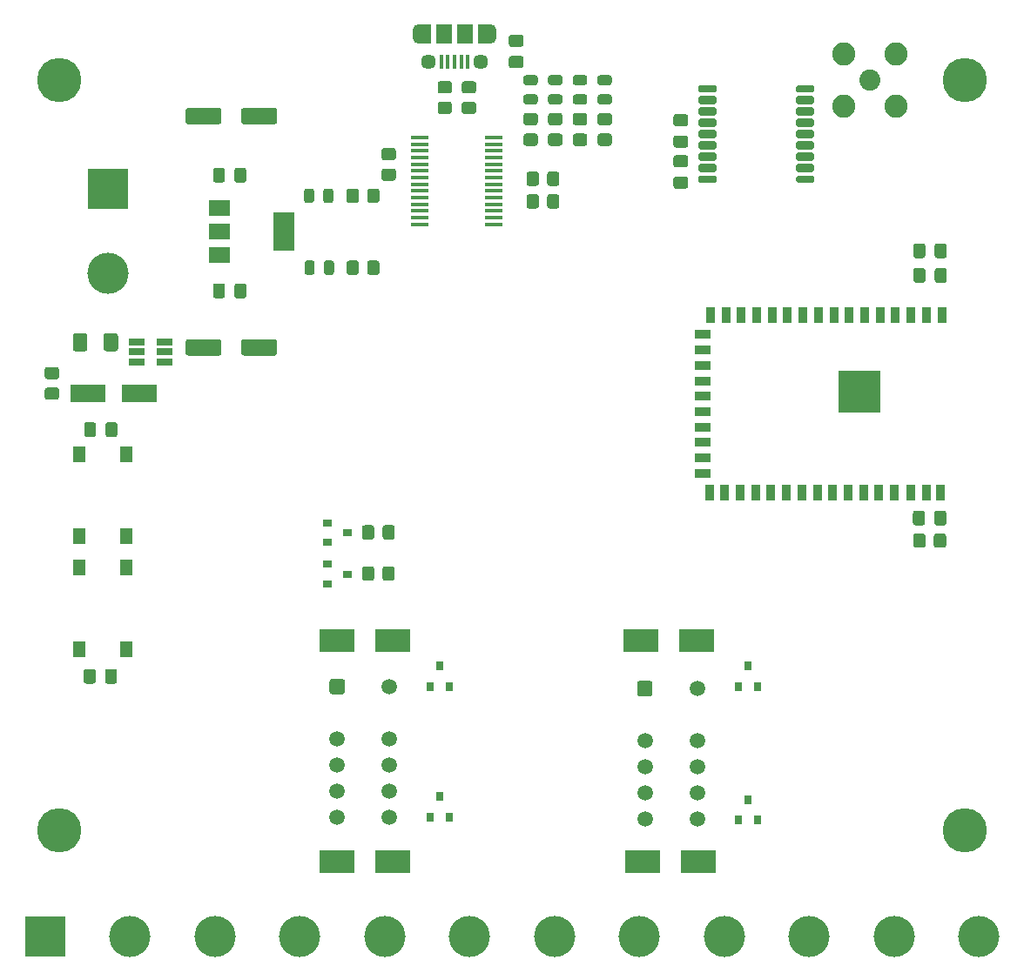
<source format=gbr>
%TF.GenerationSoftware,KiCad,Pcbnew,5.1.10*%
%TF.CreationDate,2021-12-02T21:41:10+00:00*%
%TF.ProjectId,ELE3044 - Tractor Tracker,454c4533-3034-4342-902d-205472616374,rev?*%
%TF.SameCoordinates,Original*%
%TF.FileFunction,Soldermask,Top*%
%TF.FilePolarity,Negative*%
%FSLAX46Y46*%
G04 Gerber Fmt 4.6, Leading zero omitted, Abs format (unit mm)*
G04 Created by KiCad (PCBNEW 5.1.10) date 2021-12-02 21:41:10*
%MOMM*%
%LPD*%
G01*
G04 APERTURE LIST*
%ADD10C,4.000000*%
%ADD11R,4.000000X4.000000*%
%ADD12R,3.500000X1.800000*%
%ADD13C,1.500000*%
%ADD14R,3.500000X2.300000*%
%ADD15C,4.300000*%
%ADD16R,0.900000X1.500000*%
%ADD17R,1.500000X0.900000*%
%ADD18R,4.100000X4.100000*%
%ADD19R,1.750000X0.450000*%
%ADD20R,2.000000X1.500000*%
%ADD21R,2.000000X3.800000*%
%ADD22R,1.300000X1.550000*%
%ADD23R,0.800000X0.900000*%
%ADD24R,0.900000X0.800000*%
%ADD25R,1.560000X0.650000*%
%ADD26C,2.250000*%
%ADD27C,2.050000*%
%ADD28R,1.200000X1.900000*%
%ADD29O,1.200000X1.900000*%
%ADD30R,1.500000X1.900000*%
%ADD31C,1.450000*%
%ADD32R,0.400000X1.350000*%
G04 APERTURE END LIST*
D10*
%TO.C,J1*%
X110700000Y-89827000D03*
D11*
X110700000Y-81572000D03*
%TD*%
D10*
%TO.C,J3*%
X195380000Y-154270000D03*
X187125000Y-154270000D03*
X178870000Y-154270000D03*
X170615000Y-154270000D03*
X162360000Y-154270000D03*
X154105000Y-154270000D03*
X145850000Y-154270000D03*
X137595000Y-154270000D03*
X129340000Y-154270000D03*
X121085000Y-154270000D03*
X112830000Y-154270000D03*
D11*
X104575000Y-154270000D03*
%TD*%
%TO.C,U3*%
G36*
G01*
X177600000Y-72025000D02*
X177600000Y-71675000D01*
G75*
G02*
X177775000Y-71500000I175000J0D01*
G01*
X179225000Y-71500000D01*
G75*
G02*
X179400000Y-71675000I0J-175000D01*
G01*
X179400000Y-72025000D01*
G75*
G02*
X179225000Y-72200000I-175000J0D01*
G01*
X177775000Y-72200000D01*
G75*
G02*
X177600000Y-72025000I0J175000D01*
G01*
G37*
G36*
G01*
X177600000Y-73150000D02*
X177600000Y-72750000D01*
G75*
G02*
X177800000Y-72550000I200000J0D01*
G01*
X179200000Y-72550000D01*
G75*
G02*
X179400000Y-72750000I0J-200000D01*
G01*
X179400000Y-73150000D01*
G75*
G02*
X179200000Y-73350000I-200000J0D01*
G01*
X177800000Y-73350000D01*
G75*
G02*
X177600000Y-73150000I0J200000D01*
G01*
G37*
G36*
G01*
X177600000Y-74250000D02*
X177600000Y-73850000D01*
G75*
G02*
X177800000Y-73650000I200000J0D01*
G01*
X179200000Y-73650000D01*
G75*
G02*
X179400000Y-73850000I0J-200000D01*
G01*
X179400000Y-74250000D01*
G75*
G02*
X179200000Y-74450000I-200000J0D01*
G01*
X177800000Y-74450000D01*
G75*
G02*
X177600000Y-74250000I0J200000D01*
G01*
G37*
G36*
G01*
X177600000Y-75350000D02*
X177600000Y-74950000D01*
G75*
G02*
X177800000Y-74750000I200000J0D01*
G01*
X179200000Y-74750000D01*
G75*
G02*
X179400000Y-74950000I0J-200000D01*
G01*
X179400000Y-75350000D01*
G75*
G02*
X179200000Y-75550000I-200000J0D01*
G01*
X177800000Y-75550000D01*
G75*
G02*
X177600000Y-75350000I0J200000D01*
G01*
G37*
G36*
G01*
X177600000Y-76450000D02*
X177600000Y-76050000D01*
G75*
G02*
X177800000Y-75850000I200000J0D01*
G01*
X179200000Y-75850000D01*
G75*
G02*
X179400000Y-76050000I0J-200000D01*
G01*
X179400000Y-76450000D01*
G75*
G02*
X179200000Y-76650000I-200000J0D01*
G01*
X177800000Y-76650000D01*
G75*
G02*
X177600000Y-76450000I0J200000D01*
G01*
G37*
G36*
G01*
X177600000Y-77550000D02*
X177600000Y-77150000D01*
G75*
G02*
X177800000Y-76950000I200000J0D01*
G01*
X179200000Y-76950000D01*
G75*
G02*
X179400000Y-77150000I0J-200000D01*
G01*
X179400000Y-77550000D01*
G75*
G02*
X179200000Y-77750000I-200000J0D01*
G01*
X177800000Y-77750000D01*
G75*
G02*
X177600000Y-77550000I0J200000D01*
G01*
G37*
G36*
G01*
X177600000Y-78650000D02*
X177600000Y-78250000D01*
G75*
G02*
X177800000Y-78050000I200000J0D01*
G01*
X179200000Y-78050000D01*
G75*
G02*
X179400000Y-78250000I0J-200000D01*
G01*
X179400000Y-78650000D01*
G75*
G02*
X179200000Y-78850000I-200000J0D01*
G01*
X177800000Y-78850000D01*
G75*
G02*
X177600000Y-78650000I0J200000D01*
G01*
G37*
G36*
G01*
X177600000Y-79750000D02*
X177600000Y-79350000D01*
G75*
G02*
X177800000Y-79150000I200000J0D01*
G01*
X179200000Y-79150000D01*
G75*
G02*
X179400000Y-79350000I0J-200000D01*
G01*
X179400000Y-79750000D01*
G75*
G02*
X179200000Y-79950000I-200000J0D01*
G01*
X177800000Y-79950000D01*
G75*
G02*
X177600000Y-79750000I0J200000D01*
G01*
G37*
G36*
G01*
X177600000Y-80825000D02*
X177600000Y-80475000D01*
G75*
G02*
X177775000Y-80300000I175000J0D01*
G01*
X179225000Y-80300000D01*
G75*
G02*
X179400000Y-80475000I0J-175000D01*
G01*
X179400000Y-80825000D01*
G75*
G02*
X179225000Y-81000000I-175000J0D01*
G01*
X177775000Y-81000000D01*
G75*
G02*
X177600000Y-80825000I0J175000D01*
G01*
G37*
G36*
G01*
X168100000Y-80825000D02*
X168100000Y-80475000D01*
G75*
G02*
X168275000Y-80300000I175000J0D01*
G01*
X169725000Y-80300000D01*
G75*
G02*
X169900000Y-80475000I0J-175000D01*
G01*
X169900000Y-80825000D01*
G75*
G02*
X169725000Y-81000000I-175000J0D01*
G01*
X168275000Y-81000000D01*
G75*
G02*
X168100000Y-80825000I0J175000D01*
G01*
G37*
G36*
G01*
X168100000Y-79750000D02*
X168100000Y-79350000D01*
G75*
G02*
X168300000Y-79150000I200000J0D01*
G01*
X169700000Y-79150000D01*
G75*
G02*
X169900000Y-79350000I0J-200000D01*
G01*
X169900000Y-79750000D01*
G75*
G02*
X169700000Y-79950000I-200000J0D01*
G01*
X168300000Y-79950000D01*
G75*
G02*
X168100000Y-79750000I0J200000D01*
G01*
G37*
G36*
G01*
X168100000Y-78650000D02*
X168100000Y-78250000D01*
G75*
G02*
X168300000Y-78050000I200000J0D01*
G01*
X169700000Y-78050000D01*
G75*
G02*
X169900000Y-78250000I0J-200000D01*
G01*
X169900000Y-78650000D01*
G75*
G02*
X169700000Y-78850000I-200000J0D01*
G01*
X168300000Y-78850000D01*
G75*
G02*
X168100000Y-78650000I0J200000D01*
G01*
G37*
G36*
G01*
X168100000Y-77550000D02*
X168100000Y-77150000D01*
G75*
G02*
X168300000Y-76950000I200000J0D01*
G01*
X169700000Y-76950000D01*
G75*
G02*
X169900000Y-77150000I0J-200000D01*
G01*
X169900000Y-77550000D01*
G75*
G02*
X169700000Y-77750000I-200000J0D01*
G01*
X168300000Y-77750000D01*
G75*
G02*
X168100000Y-77550000I0J200000D01*
G01*
G37*
G36*
G01*
X168100000Y-76450000D02*
X168100000Y-76050000D01*
G75*
G02*
X168300000Y-75850000I200000J0D01*
G01*
X169700000Y-75850000D01*
G75*
G02*
X169900000Y-76050000I0J-200000D01*
G01*
X169900000Y-76450000D01*
G75*
G02*
X169700000Y-76650000I-200000J0D01*
G01*
X168300000Y-76650000D01*
G75*
G02*
X168100000Y-76450000I0J200000D01*
G01*
G37*
G36*
G01*
X168100000Y-75350000D02*
X168100000Y-74950000D01*
G75*
G02*
X168300000Y-74750000I200000J0D01*
G01*
X169700000Y-74750000D01*
G75*
G02*
X169900000Y-74950000I0J-200000D01*
G01*
X169900000Y-75350000D01*
G75*
G02*
X169700000Y-75550000I-200000J0D01*
G01*
X168300000Y-75550000D01*
G75*
G02*
X168100000Y-75350000I0J200000D01*
G01*
G37*
G36*
G01*
X168100000Y-74250000D02*
X168100000Y-73850000D01*
G75*
G02*
X168300000Y-73650000I200000J0D01*
G01*
X169700000Y-73650000D01*
G75*
G02*
X169900000Y-73850000I0J-200000D01*
G01*
X169900000Y-74250000D01*
G75*
G02*
X169700000Y-74450000I-200000J0D01*
G01*
X168300000Y-74450000D01*
G75*
G02*
X168100000Y-74250000I0J200000D01*
G01*
G37*
G36*
G01*
X168100000Y-73150000D02*
X168100000Y-72750000D01*
G75*
G02*
X168300000Y-72550000I200000J0D01*
G01*
X169700000Y-72550000D01*
G75*
G02*
X169900000Y-72750000I0J-200000D01*
G01*
X169900000Y-73150000D01*
G75*
G02*
X169700000Y-73350000I-200000J0D01*
G01*
X168300000Y-73350000D01*
G75*
G02*
X168100000Y-73150000I0J200000D01*
G01*
G37*
G36*
G01*
X168100000Y-72025000D02*
X168100000Y-71675000D01*
G75*
G02*
X168275000Y-71500000I175000J0D01*
G01*
X169725000Y-71500000D01*
G75*
G02*
X169900000Y-71675000I0J-175000D01*
G01*
X169900000Y-72025000D01*
G75*
G02*
X169725000Y-72200000I-175000J0D01*
G01*
X168275000Y-72200000D01*
G75*
G02*
X168100000Y-72025000I0J175000D01*
G01*
G37*
%TD*%
%TO.C,D2*%
G36*
G01*
X130737500Y-81793750D02*
X130737500Y-82706250D01*
G75*
G02*
X130493750Y-82950000I-243750J0D01*
G01*
X130006250Y-82950000D01*
G75*
G02*
X129762500Y-82706250I0J243750D01*
G01*
X129762500Y-81793750D01*
G75*
G02*
X130006250Y-81550000I243750J0D01*
G01*
X130493750Y-81550000D01*
G75*
G02*
X130737500Y-81793750I0J-243750D01*
G01*
G37*
G36*
G01*
X132612500Y-81793750D02*
X132612500Y-82706250D01*
G75*
G02*
X132368750Y-82950000I-243750J0D01*
G01*
X131881250Y-82950000D01*
G75*
G02*
X131637500Y-82706250I0J243750D01*
G01*
X131637500Y-81793750D01*
G75*
G02*
X131881250Y-81550000I243750J0D01*
G01*
X132368750Y-81550000D01*
G75*
G02*
X132612500Y-81793750I0J-243750D01*
G01*
G37*
%TD*%
D12*
%TO.C,D7*%
X108750000Y-101500000D03*
X113750000Y-101500000D03*
%TD*%
%TO.C,K1*%
G36*
G01*
X132250000Y-130499500D02*
X132250000Y-129500500D01*
G75*
G02*
X132500500Y-129250000I250500J0D01*
G01*
X133499500Y-129250000D01*
G75*
G02*
X133750000Y-129500500I0J-250500D01*
G01*
X133750000Y-130499500D01*
G75*
G02*
X133499500Y-130750000I-250500J0D01*
G01*
X132500500Y-130750000D01*
G75*
G02*
X132250000Y-130499500I0J250500D01*
G01*
G37*
D13*
X133000000Y-135080000D03*
X133000000Y-137620000D03*
X133000000Y-140160000D03*
X133000000Y-142700000D03*
X138080000Y-142700000D03*
X138080000Y-140160000D03*
X138080000Y-137620000D03*
X138080000Y-135080000D03*
X138080000Y-130000000D03*
%TD*%
D14*
%TO.C,D10*%
X138400000Y-147000000D03*
X133000000Y-147000000D03*
%TD*%
D15*
%TO.C,H4*%
X106000000Y-144000000D03*
%TD*%
%TO.C,H3*%
X106000000Y-71000000D03*
%TD*%
%TO.C,H2*%
X194000000Y-144000000D03*
%TD*%
%TO.C,H1*%
X194000000Y-71000000D03*
%TD*%
D16*
%TO.C,U4*%
X191775000Y-93875000D03*
X170775000Y-93875000D03*
X169275000Y-93875000D03*
D17*
X168525000Y-95750000D03*
X168525000Y-97250000D03*
X168525000Y-98750000D03*
X168525000Y-100250000D03*
X168525000Y-101750000D03*
X168525000Y-103250000D03*
X168525000Y-104750000D03*
X168525000Y-106250000D03*
D16*
X190275000Y-93875000D03*
X188775000Y-93875000D03*
X187275000Y-93875000D03*
X185775000Y-93875000D03*
X184275000Y-93875000D03*
X182775000Y-93875000D03*
X181275000Y-93875000D03*
X179775000Y-93875000D03*
X178275000Y-93875000D03*
X176775000Y-93875000D03*
X175275000Y-93875000D03*
X173775000Y-93875000D03*
X172275000Y-93875000D03*
X185675000Y-111125000D03*
X184175000Y-111125000D03*
X182675000Y-111125000D03*
X181175000Y-111125000D03*
X179675000Y-111125000D03*
X178175000Y-111125000D03*
X176675000Y-111125000D03*
X175175000Y-111125000D03*
X173675000Y-111125000D03*
X172175000Y-111125000D03*
X170675000Y-111125000D03*
X169175000Y-111125000D03*
D17*
X168525000Y-109250000D03*
X168525000Y-107750000D03*
D16*
X187175000Y-111125000D03*
X188775000Y-111125000D03*
X190275000Y-111125000D03*
X191675000Y-111125000D03*
D18*
X183735000Y-101310000D03*
%TD*%
D19*
%TO.C,U2*%
X148200000Y-76575000D03*
X148200000Y-77225000D03*
X148200000Y-77875000D03*
X148200000Y-78525000D03*
X148200000Y-79175000D03*
X148200000Y-79825000D03*
X148200000Y-80475000D03*
X148200000Y-81125000D03*
X148200000Y-81775000D03*
X148200000Y-82425000D03*
X148200000Y-83075000D03*
X148200000Y-83725000D03*
X148200000Y-84375000D03*
X148200000Y-85025000D03*
X141000000Y-85025000D03*
X141000000Y-84375000D03*
X141000000Y-83725000D03*
X141000000Y-83075000D03*
X141000000Y-82425000D03*
X141000000Y-81775000D03*
X141000000Y-81125000D03*
X141000000Y-80475000D03*
X141000000Y-79825000D03*
X141000000Y-79175000D03*
X141000000Y-78525000D03*
X141000000Y-77875000D03*
X141000000Y-77225000D03*
X141000000Y-76575000D03*
%TD*%
D20*
%TO.C,U1*%
X121500000Y-83450000D03*
X121500000Y-88050000D03*
X121500000Y-85750000D03*
D21*
X127800000Y-85750000D03*
%TD*%
D22*
%TO.C,SW2*%
X107950000Y-115375000D03*
X112450000Y-115375000D03*
X112450000Y-107425000D03*
X107950000Y-107425000D03*
%TD*%
%TO.C,SW1*%
X107950000Y-126375000D03*
X112450000Y-126375000D03*
X112450000Y-118425000D03*
X107950000Y-118425000D03*
%TD*%
%TO.C,R2*%
G36*
G01*
X135900000Y-82700001D02*
X135900000Y-81799999D01*
G75*
G02*
X136149999Y-81550000I249999J0D01*
G01*
X136850001Y-81550000D01*
G75*
G02*
X137100000Y-81799999I0J-249999D01*
G01*
X137100000Y-82700001D01*
G75*
G02*
X136850001Y-82950000I-249999J0D01*
G01*
X136149999Y-82950000D01*
G75*
G02*
X135900000Y-82700001I0J249999D01*
G01*
G37*
G36*
G01*
X133900000Y-82700001D02*
X133900000Y-81799999D01*
G75*
G02*
X134149999Y-81550000I249999J0D01*
G01*
X134850001Y-81550000D01*
G75*
G02*
X135100000Y-81799999I0J-249999D01*
G01*
X135100000Y-82700001D01*
G75*
G02*
X134850001Y-82950000I-249999J0D01*
G01*
X134149999Y-82950000D01*
G75*
G02*
X133900000Y-82700001I0J249999D01*
G01*
G37*
%TD*%
%TO.C,R1*%
G36*
G01*
X135900000Y-89700001D02*
X135900000Y-88799999D01*
G75*
G02*
X136149999Y-88550000I249999J0D01*
G01*
X136850001Y-88550000D01*
G75*
G02*
X137100000Y-88799999I0J-249999D01*
G01*
X137100000Y-89700001D01*
G75*
G02*
X136850001Y-89950000I-249999J0D01*
G01*
X136149999Y-89950000D01*
G75*
G02*
X135900000Y-89700001I0J249999D01*
G01*
G37*
G36*
G01*
X133900000Y-89700001D02*
X133900000Y-88799999D01*
G75*
G02*
X134149999Y-88550000I249999J0D01*
G01*
X134850001Y-88550000D01*
G75*
G02*
X135100000Y-88799999I0J-249999D01*
G01*
X135100000Y-89700001D01*
G75*
G02*
X134850001Y-89950000I-249999J0D01*
G01*
X134149999Y-89950000D01*
G75*
G02*
X133900000Y-89700001I0J249999D01*
G01*
G37*
%TD*%
%TO.C,R6*%
G36*
G01*
X157050001Y-75400000D02*
X156149999Y-75400000D01*
G75*
G02*
X155900000Y-75150001I0J249999D01*
G01*
X155900000Y-74449999D01*
G75*
G02*
X156149999Y-74200000I249999J0D01*
G01*
X157050001Y-74200000D01*
G75*
G02*
X157300000Y-74449999I0J-249999D01*
G01*
X157300000Y-75150001D01*
G75*
G02*
X157050001Y-75400000I-249999J0D01*
G01*
G37*
G36*
G01*
X157050001Y-77400000D02*
X156149999Y-77400000D01*
G75*
G02*
X155900000Y-77150001I0J249999D01*
G01*
X155900000Y-76449999D01*
G75*
G02*
X156149999Y-76200000I249999J0D01*
G01*
X157050001Y-76200000D01*
G75*
G02*
X157300000Y-76449999I0J-249999D01*
G01*
X157300000Y-77150001D01*
G75*
G02*
X157050001Y-77400000I-249999J0D01*
G01*
G37*
%TD*%
%TO.C,R5*%
G36*
G01*
X154650001Y-75400000D02*
X153749999Y-75400000D01*
G75*
G02*
X153500000Y-75150001I0J249999D01*
G01*
X153500000Y-74449999D01*
G75*
G02*
X153749999Y-74200000I249999J0D01*
G01*
X154650001Y-74200000D01*
G75*
G02*
X154900000Y-74449999I0J-249999D01*
G01*
X154900000Y-75150001D01*
G75*
G02*
X154650001Y-75400000I-249999J0D01*
G01*
G37*
G36*
G01*
X154650001Y-77400000D02*
X153749999Y-77400000D01*
G75*
G02*
X153500000Y-77150001I0J249999D01*
G01*
X153500000Y-76449999D01*
G75*
G02*
X153749999Y-76200000I249999J0D01*
G01*
X154650001Y-76200000D01*
G75*
G02*
X154900000Y-76449999I0J-249999D01*
G01*
X154900000Y-77150001D01*
G75*
G02*
X154650001Y-77400000I-249999J0D01*
G01*
G37*
%TD*%
D23*
%TO.C,Q5*%
X172950000Y-141000000D03*
X173900000Y-143000000D03*
X172000000Y-143000000D03*
%TD*%
%TO.C,Q3*%
X172950000Y-128000000D03*
X173900000Y-130000000D03*
X172000000Y-130000000D03*
%TD*%
%TO.C,Q4*%
X142950000Y-140700000D03*
X143900000Y-142700000D03*
X142000000Y-142700000D03*
%TD*%
%TO.C,Q2*%
X142950000Y-128000000D03*
X143900000Y-130000000D03*
X142000000Y-130000000D03*
%TD*%
D24*
%TO.C,Q7*%
X134000000Y-119050000D03*
X132000000Y-120000000D03*
X132000000Y-118100000D03*
%TD*%
%TO.C,Q6*%
X134000000Y-115000000D03*
X132000000Y-115950000D03*
X132000000Y-114050000D03*
%TD*%
D25*
%TO.C,Q1*%
X116200000Y-97450000D03*
X116200000Y-96500000D03*
X116200000Y-98400000D03*
X113500000Y-98400000D03*
X113500000Y-97450000D03*
X113500000Y-96500000D03*
%TD*%
%TO.C,K2*%
G36*
G01*
X162150000Y-130699500D02*
X162150000Y-129700500D01*
G75*
G02*
X162400500Y-129450000I250500J0D01*
G01*
X163399500Y-129450000D01*
G75*
G02*
X163650000Y-129700500I0J-250500D01*
G01*
X163650000Y-130699500D01*
G75*
G02*
X163399500Y-130950000I-250500J0D01*
G01*
X162400500Y-130950000D01*
G75*
G02*
X162150000Y-130699500I0J250500D01*
G01*
G37*
D13*
X162900000Y-135280000D03*
X162900000Y-137820000D03*
X162900000Y-140360000D03*
X162900000Y-142900000D03*
X167980000Y-142900000D03*
X167980000Y-140360000D03*
X167980000Y-137820000D03*
X167980000Y-135280000D03*
X167980000Y-130200000D03*
%TD*%
D26*
%TO.C,J4*%
X182260000Y-73540000D03*
X182260000Y-68460000D03*
X187340000Y-68460000D03*
X187340000Y-73540000D03*
D27*
X184800000Y-71000000D03*
%TD*%
D28*
%TO.C,J2*%
X147300000Y-66500000D03*
X141500000Y-66500000D03*
D29*
X140900000Y-66500000D03*
X147900000Y-66500000D03*
D30*
X145400000Y-66500000D03*
D31*
X141900000Y-69200000D03*
D32*
X144400000Y-69200000D03*
X143750000Y-69200000D03*
X143100000Y-69200000D03*
X145700000Y-69200000D03*
X145050000Y-69200000D03*
D31*
X146900000Y-69200000D03*
D30*
X143400000Y-66500000D03*
%TD*%
%TO.C,F1*%
G36*
G01*
X108712500Y-95875000D02*
X108712500Y-97125000D01*
G75*
G02*
X108462500Y-97375000I-250000J0D01*
G01*
X107537500Y-97375000D01*
G75*
G02*
X107287500Y-97125000I0J250000D01*
G01*
X107287500Y-95875000D01*
G75*
G02*
X107537500Y-95625000I250000J0D01*
G01*
X108462500Y-95625000D01*
G75*
G02*
X108712500Y-95875000I0J-250000D01*
G01*
G37*
G36*
G01*
X111687500Y-95875000D02*
X111687500Y-97125000D01*
G75*
G02*
X111437500Y-97375000I-250000J0D01*
G01*
X110512500Y-97375000D01*
G75*
G02*
X110262500Y-97125000I0J250000D01*
G01*
X110262500Y-95875000D01*
G75*
G02*
X110512500Y-95625000I250000J0D01*
G01*
X111437500Y-95625000D01*
G75*
G02*
X111687500Y-95875000I0J-250000D01*
G01*
G37*
%TD*%
%TO.C,D1*%
G36*
G01*
X130800000Y-88793750D02*
X130800000Y-89706250D01*
G75*
G02*
X130556250Y-89950000I-243750J0D01*
G01*
X130068750Y-89950000D01*
G75*
G02*
X129825000Y-89706250I0J243750D01*
G01*
X129825000Y-88793750D01*
G75*
G02*
X130068750Y-88550000I243750J0D01*
G01*
X130556250Y-88550000D01*
G75*
G02*
X130800000Y-88793750I0J-243750D01*
G01*
G37*
G36*
G01*
X132675000Y-88793750D02*
X132675000Y-89706250D01*
G75*
G02*
X132431250Y-89950000I-243750J0D01*
G01*
X131943750Y-89950000D01*
G75*
G02*
X131700000Y-89706250I0J243750D01*
G01*
X131700000Y-88793750D01*
G75*
G02*
X131943750Y-88550000I243750J0D01*
G01*
X132431250Y-88550000D01*
G75*
G02*
X132675000Y-88793750I0J-243750D01*
G01*
G37*
%TD*%
%TO.C,D6*%
G36*
G01*
X157056250Y-71487500D02*
X156143750Y-71487500D01*
G75*
G02*
X155900000Y-71243750I0J243750D01*
G01*
X155900000Y-70756250D01*
G75*
G02*
X156143750Y-70512500I243750J0D01*
G01*
X157056250Y-70512500D01*
G75*
G02*
X157300000Y-70756250I0J-243750D01*
G01*
X157300000Y-71243750D01*
G75*
G02*
X157056250Y-71487500I-243750J0D01*
G01*
G37*
G36*
G01*
X157056250Y-73362500D02*
X156143750Y-73362500D01*
G75*
G02*
X155900000Y-73118750I0J243750D01*
G01*
X155900000Y-72631250D01*
G75*
G02*
X156143750Y-72387500I243750J0D01*
G01*
X157056250Y-72387500D01*
G75*
G02*
X157300000Y-72631250I0J-243750D01*
G01*
X157300000Y-73118750D01*
G75*
G02*
X157056250Y-73362500I-243750J0D01*
G01*
G37*
%TD*%
%TO.C,D5*%
G36*
G01*
X154656250Y-71487500D02*
X153743750Y-71487500D01*
G75*
G02*
X153500000Y-71243750I0J243750D01*
G01*
X153500000Y-70756250D01*
G75*
G02*
X153743750Y-70512500I243750J0D01*
G01*
X154656250Y-70512500D01*
G75*
G02*
X154900000Y-70756250I0J-243750D01*
G01*
X154900000Y-71243750D01*
G75*
G02*
X154656250Y-71487500I-243750J0D01*
G01*
G37*
G36*
G01*
X154656250Y-73362500D02*
X153743750Y-73362500D01*
G75*
G02*
X153500000Y-73118750I0J243750D01*
G01*
X153500000Y-72631250D01*
G75*
G02*
X153743750Y-72387500I243750J0D01*
G01*
X154656250Y-72387500D01*
G75*
G02*
X154900000Y-72631250I0J-243750D01*
G01*
X154900000Y-73118750D01*
G75*
G02*
X154656250Y-73362500I-243750J0D01*
G01*
G37*
%TD*%
%TO.C,D4*%
G36*
G01*
X152256250Y-71487500D02*
X151343750Y-71487500D01*
G75*
G02*
X151100000Y-71243750I0J243750D01*
G01*
X151100000Y-70756250D01*
G75*
G02*
X151343750Y-70512500I243750J0D01*
G01*
X152256250Y-70512500D01*
G75*
G02*
X152500000Y-70756250I0J-243750D01*
G01*
X152500000Y-71243750D01*
G75*
G02*
X152256250Y-71487500I-243750J0D01*
G01*
G37*
G36*
G01*
X152256250Y-73362500D02*
X151343750Y-73362500D01*
G75*
G02*
X151100000Y-73118750I0J243750D01*
G01*
X151100000Y-72631250D01*
G75*
G02*
X151343750Y-72387500I243750J0D01*
G01*
X152256250Y-72387500D01*
G75*
G02*
X152500000Y-72631250I0J-243750D01*
G01*
X152500000Y-73118750D01*
G75*
G02*
X152256250Y-73362500I-243750J0D01*
G01*
G37*
%TD*%
%TO.C,D3*%
G36*
G01*
X159456250Y-71487500D02*
X158543750Y-71487500D01*
G75*
G02*
X158300000Y-71243750I0J243750D01*
G01*
X158300000Y-70756250D01*
G75*
G02*
X158543750Y-70512500I243750J0D01*
G01*
X159456250Y-70512500D01*
G75*
G02*
X159700000Y-70756250I0J-243750D01*
G01*
X159700000Y-71243750D01*
G75*
G02*
X159456250Y-71487500I-243750J0D01*
G01*
G37*
G36*
G01*
X159456250Y-73362500D02*
X158543750Y-73362500D01*
G75*
G02*
X158300000Y-73118750I0J243750D01*
G01*
X158300000Y-72631250D01*
G75*
G02*
X158543750Y-72387500I243750J0D01*
G01*
X159456250Y-72387500D01*
G75*
G02*
X159700000Y-72631250I0J-243750D01*
G01*
X159700000Y-73118750D01*
G75*
G02*
X159456250Y-73362500I-243750J0D01*
G01*
G37*
%TD*%
D14*
%TO.C,D9*%
X167900000Y-125500000D03*
X162500000Y-125500000D03*
%TD*%
%TO.C,D11*%
X168100000Y-147000000D03*
X162700000Y-147000000D03*
%TD*%
%TO.C,D8*%
X138400000Y-125500000D03*
X133000000Y-125500000D03*
%TD*%
%TO.C,C4*%
G36*
G01*
X121750000Y-73950000D02*
X121750000Y-75050000D01*
G75*
G02*
X121500000Y-75300000I-250000J0D01*
G01*
X118500000Y-75300000D01*
G75*
G02*
X118250000Y-75050000I0J250000D01*
G01*
X118250000Y-73950000D01*
G75*
G02*
X118500000Y-73700000I250000J0D01*
G01*
X121500000Y-73700000D01*
G75*
G02*
X121750000Y-73950000I0J-250000D01*
G01*
G37*
G36*
G01*
X127150000Y-73950000D02*
X127150000Y-75050000D01*
G75*
G02*
X126900000Y-75300000I-250000J0D01*
G01*
X123900000Y-75300000D01*
G75*
G02*
X123650000Y-75050000I0J250000D01*
G01*
X123650000Y-73950000D01*
G75*
G02*
X123900000Y-73700000I250000J0D01*
G01*
X126900000Y-73700000D01*
G75*
G02*
X127150000Y-73950000I0J-250000D01*
G01*
G37*
%TD*%
%TO.C,C1*%
G36*
G01*
X123650000Y-97550000D02*
X123650000Y-96450000D01*
G75*
G02*
X123900000Y-96200000I250000J0D01*
G01*
X126900000Y-96200000D01*
G75*
G02*
X127150000Y-96450000I0J-250000D01*
G01*
X127150000Y-97550000D01*
G75*
G02*
X126900000Y-97800000I-250000J0D01*
G01*
X123900000Y-97800000D01*
G75*
G02*
X123650000Y-97550000I0J250000D01*
G01*
G37*
G36*
G01*
X118250000Y-97550000D02*
X118250000Y-96450000D01*
G75*
G02*
X118500000Y-96200000I250000J0D01*
G01*
X121500000Y-96200000D01*
G75*
G02*
X121750000Y-96450000I0J-250000D01*
G01*
X121750000Y-97550000D01*
G75*
G02*
X121500000Y-97800000I-250000J0D01*
G01*
X118500000Y-97800000D01*
G75*
G02*
X118250000Y-97550000I0J250000D01*
G01*
G37*
%TD*%
%TO.C,C7*%
G36*
G01*
X166875000Y-75487500D02*
X165925000Y-75487500D01*
G75*
G02*
X165675000Y-75237500I0J250000D01*
G01*
X165675000Y-74562500D01*
G75*
G02*
X165925000Y-74312500I250000J0D01*
G01*
X166875000Y-74312500D01*
G75*
G02*
X167125000Y-74562500I0J-250000D01*
G01*
X167125000Y-75237500D01*
G75*
G02*
X166875000Y-75487500I-250000J0D01*
G01*
G37*
G36*
G01*
X166875000Y-77562500D02*
X165925000Y-77562500D01*
G75*
G02*
X165675000Y-77312500I0J250000D01*
G01*
X165675000Y-76637500D01*
G75*
G02*
X165925000Y-76387500I250000J0D01*
G01*
X166875000Y-76387500D01*
G75*
G02*
X167125000Y-76637500I0J-250000D01*
G01*
X167125000Y-77312500D01*
G75*
G02*
X166875000Y-77562500I-250000J0D01*
G01*
G37*
%TD*%
%TO.C,C6*%
G36*
G01*
X165925000Y-80387500D02*
X166875000Y-80387500D01*
G75*
G02*
X167125000Y-80637500I0J-250000D01*
G01*
X167125000Y-81312500D01*
G75*
G02*
X166875000Y-81562500I-250000J0D01*
G01*
X165925000Y-81562500D01*
G75*
G02*
X165675000Y-81312500I0J250000D01*
G01*
X165675000Y-80637500D01*
G75*
G02*
X165925000Y-80387500I250000J0D01*
G01*
G37*
G36*
G01*
X165925000Y-78312500D02*
X166875000Y-78312500D01*
G75*
G02*
X167125000Y-78562500I0J-250000D01*
G01*
X167125000Y-79237500D01*
G75*
G02*
X166875000Y-79487500I-250000J0D01*
G01*
X165925000Y-79487500D01*
G75*
G02*
X165675000Y-79237500I0J250000D01*
G01*
X165675000Y-78562500D01*
G75*
G02*
X165925000Y-78312500I250000J0D01*
G01*
G37*
%TD*%
%TO.C,C10*%
G36*
G01*
X191087500Y-88075000D02*
X191087500Y-87125000D01*
G75*
G02*
X191337500Y-86875000I250000J0D01*
G01*
X192012500Y-86875000D01*
G75*
G02*
X192262500Y-87125000I0J-250000D01*
G01*
X192262500Y-88075000D01*
G75*
G02*
X192012500Y-88325000I-250000J0D01*
G01*
X191337500Y-88325000D01*
G75*
G02*
X191087500Y-88075000I0J250000D01*
G01*
G37*
G36*
G01*
X189012500Y-88075000D02*
X189012500Y-87125000D01*
G75*
G02*
X189262500Y-86875000I250000J0D01*
G01*
X189937500Y-86875000D01*
G75*
G02*
X190187500Y-87125000I0J-250000D01*
G01*
X190187500Y-88075000D01*
G75*
G02*
X189937500Y-88325000I-250000J0D01*
G01*
X189262500Y-88325000D01*
G75*
G02*
X189012500Y-88075000I0J250000D01*
G01*
G37*
%TD*%
%TO.C,C3*%
G36*
G01*
X122087500Y-79775000D02*
X122087500Y-80725000D01*
G75*
G02*
X121837500Y-80975000I-250000J0D01*
G01*
X121162500Y-80975000D01*
G75*
G02*
X120912500Y-80725000I0J250000D01*
G01*
X120912500Y-79775000D01*
G75*
G02*
X121162500Y-79525000I250000J0D01*
G01*
X121837500Y-79525000D01*
G75*
G02*
X122087500Y-79775000I0J-250000D01*
G01*
G37*
G36*
G01*
X124162500Y-79775000D02*
X124162500Y-80725000D01*
G75*
G02*
X123912500Y-80975000I-250000J0D01*
G01*
X123237500Y-80975000D01*
G75*
G02*
X122987500Y-80725000I0J250000D01*
G01*
X122987500Y-79775000D01*
G75*
G02*
X123237500Y-79525000I250000J0D01*
G01*
X123912500Y-79525000D01*
G75*
G02*
X124162500Y-79775000I0J-250000D01*
G01*
G37*
%TD*%
%TO.C,C2*%
G36*
G01*
X122987500Y-91975000D02*
X122987500Y-91025000D01*
G75*
G02*
X123237500Y-90775000I250000J0D01*
G01*
X123912500Y-90775000D01*
G75*
G02*
X124162500Y-91025000I0J-250000D01*
G01*
X124162500Y-91975000D01*
G75*
G02*
X123912500Y-92225000I-250000J0D01*
G01*
X123237500Y-92225000D01*
G75*
G02*
X122987500Y-91975000I0J250000D01*
G01*
G37*
G36*
G01*
X120912500Y-91975000D02*
X120912500Y-91025000D01*
G75*
G02*
X121162500Y-90775000I250000J0D01*
G01*
X121837500Y-90775000D01*
G75*
G02*
X122087500Y-91025000I0J-250000D01*
G01*
X122087500Y-91975000D01*
G75*
G02*
X121837500Y-92225000I-250000J0D01*
G01*
X121162500Y-92225000D01*
G75*
G02*
X120912500Y-91975000I0J250000D01*
G01*
G37*
%TD*%
%TO.C,R11*%
G36*
G01*
X152600000Y-80149999D02*
X152600000Y-81050001D01*
G75*
G02*
X152350001Y-81300000I-249999J0D01*
G01*
X151649999Y-81300000D01*
G75*
G02*
X151400000Y-81050001I0J249999D01*
G01*
X151400000Y-80149999D01*
G75*
G02*
X151649999Y-79900000I249999J0D01*
G01*
X152350001Y-79900000D01*
G75*
G02*
X152600000Y-80149999I0J-249999D01*
G01*
G37*
G36*
G01*
X154600000Y-80149999D02*
X154600000Y-81050001D01*
G75*
G02*
X154350001Y-81300000I-249999J0D01*
G01*
X153649999Y-81300000D01*
G75*
G02*
X153400000Y-81050001I0J249999D01*
G01*
X153400000Y-80149999D01*
G75*
G02*
X153649999Y-79900000I249999J0D01*
G01*
X154350001Y-79900000D01*
G75*
G02*
X154600000Y-80149999I0J-249999D01*
G01*
G37*
%TD*%
%TO.C,R4*%
G36*
G01*
X152250001Y-75400000D02*
X151349999Y-75400000D01*
G75*
G02*
X151100000Y-75150001I0J249999D01*
G01*
X151100000Y-74449999D01*
G75*
G02*
X151349999Y-74200000I249999J0D01*
G01*
X152250001Y-74200000D01*
G75*
G02*
X152500000Y-74449999I0J-249999D01*
G01*
X152500000Y-75150001D01*
G75*
G02*
X152250001Y-75400000I-249999J0D01*
G01*
G37*
G36*
G01*
X152250001Y-77400000D02*
X151349999Y-77400000D01*
G75*
G02*
X151100000Y-77150001I0J249999D01*
G01*
X151100000Y-76449999D01*
G75*
G02*
X151349999Y-76200000I249999J0D01*
G01*
X152250001Y-76200000D01*
G75*
G02*
X152500000Y-76449999I0J-249999D01*
G01*
X152500000Y-77150001D01*
G75*
G02*
X152250001Y-77400000I-249999J0D01*
G01*
G37*
%TD*%
%TO.C,R3*%
G36*
G01*
X159450001Y-75400000D02*
X158549999Y-75400000D01*
G75*
G02*
X158300000Y-75150001I0J249999D01*
G01*
X158300000Y-74449999D01*
G75*
G02*
X158549999Y-74200000I249999J0D01*
G01*
X159450001Y-74200000D01*
G75*
G02*
X159700000Y-74449999I0J-249999D01*
G01*
X159700000Y-75150001D01*
G75*
G02*
X159450001Y-75400000I-249999J0D01*
G01*
G37*
G36*
G01*
X159450001Y-77400000D02*
X158549999Y-77400000D01*
G75*
G02*
X158300000Y-77150001I0J249999D01*
G01*
X158300000Y-76449999D01*
G75*
G02*
X158549999Y-76200000I249999J0D01*
G01*
X159450001Y-76200000D01*
G75*
G02*
X159700000Y-76449999I0J-249999D01*
G01*
X159700000Y-77150001D01*
G75*
G02*
X159450001Y-77400000I-249999J0D01*
G01*
G37*
%TD*%
%TO.C,R13*%
G36*
G01*
X190200000Y-115349999D02*
X190200000Y-116250001D01*
G75*
G02*
X189950001Y-116500000I-249999J0D01*
G01*
X189249999Y-116500000D01*
G75*
G02*
X189000000Y-116250001I0J249999D01*
G01*
X189000000Y-115349999D01*
G75*
G02*
X189249999Y-115100000I249999J0D01*
G01*
X189950001Y-115100000D01*
G75*
G02*
X190200000Y-115349999I0J-249999D01*
G01*
G37*
G36*
G01*
X192200000Y-115349999D02*
X192200000Y-116250001D01*
G75*
G02*
X191950001Y-116500000I-249999J0D01*
G01*
X191249999Y-116500000D01*
G75*
G02*
X191000000Y-116250001I0J249999D01*
G01*
X191000000Y-115349999D01*
G75*
G02*
X191249999Y-115100000I249999J0D01*
G01*
X191950001Y-115100000D01*
G75*
G02*
X192200000Y-115349999I0J-249999D01*
G01*
G37*
%TD*%
%TO.C,R12*%
G36*
G01*
X153400000Y-83250001D02*
X153400000Y-82349999D01*
G75*
G02*
X153649999Y-82100000I249999J0D01*
G01*
X154350001Y-82100000D01*
G75*
G02*
X154600000Y-82349999I0J-249999D01*
G01*
X154600000Y-83250001D01*
G75*
G02*
X154350001Y-83500000I-249999J0D01*
G01*
X153649999Y-83500000D01*
G75*
G02*
X153400000Y-83250001I0J249999D01*
G01*
G37*
G36*
G01*
X151400000Y-83250001D02*
X151400000Y-82349999D01*
G75*
G02*
X151649999Y-82100000I249999J0D01*
G01*
X152350001Y-82100000D01*
G75*
G02*
X152600000Y-82349999I0J-249999D01*
G01*
X152600000Y-83250001D01*
G75*
G02*
X152350001Y-83500000I-249999J0D01*
G01*
X151649999Y-83500000D01*
G75*
G02*
X151400000Y-83250001I0J249999D01*
G01*
G37*
%TD*%
%TO.C,R10*%
G36*
G01*
X145349999Y-73100000D02*
X146250001Y-73100000D01*
G75*
G02*
X146500000Y-73349999I0J-249999D01*
G01*
X146500000Y-74050001D01*
G75*
G02*
X146250001Y-74300000I-249999J0D01*
G01*
X145349999Y-74300000D01*
G75*
G02*
X145100000Y-74050001I0J249999D01*
G01*
X145100000Y-73349999D01*
G75*
G02*
X145349999Y-73100000I249999J0D01*
G01*
G37*
G36*
G01*
X145349999Y-71100000D02*
X146250001Y-71100000D01*
G75*
G02*
X146500000Y-71349999I0J-249999D01*
G01*
X146500000Y-72050001D01*
G75*
G02*
X146250001Y-72300000I-249999J0D01*
G01*
X145349999Y-72300000D01*
G75*
G02*
X145100000Y-72050001I0J249999D01*
G01*
X145100000Y-71349999D01*
G75*
G02*
X145349999Y-71100000I249999J0D01*
G01*
G37*
%TD*%
%TO.C,R9*%
G36*
G01*
X143900001Y-72300000D02*
X142999999Y-72300000D01*
G75*
G02*
X142750000Y-72050001I0J249999D01*
G01*
X142750000Y-71349999D01*
G75*
G02*
X142999999Y-71100000I249999J0D01*
G01*
X143900001Y-71100000D01*
G75*
G02*
X144150000Y-71349999I0J-249999D01*
G01*
X144150000Y-72050001D01*
G75*
G02*
X143900001Y-72300000I-249999J0D01*
G01*
G37*
G36*
G01*
X143900001Y-74300000D02*
X142999999Y-74300000D01*
G75*
G02*
X142750000Y-74050001I0J249999D01*
G01*
X142750000Y-73349999D01*
G75*
G02*
X142999999Y-73100000I249999J0D01*
G01*
X143900001Y-73100000D01*
G75*
G02*
X144150000Y-73349999I0J-249999D01*
G01*
X144150000Y-74050001D01*
G75*
G02*
X143900001Y-74300000I-249999J0D01*
G01*
G37*
%TD*%
%TO.C,R8*%
G36*
G01*
X138450001Y-78800000D02*
X137549999Y-78800000D01*
G75*
G02*
X137300000Y-78550001I0J249999D01*
G01*
X137300000Y-77849999D01*
G75*
G02*
X137549999Y-77600000I249999J0D01*
G01*
X138450001Y-77600000D01*
G75*
G02*
X138700000Y-77849999I0J-249999D01*
G01*
X138700000Y-78550001D01*
G75*
G02*
X138450001Y-78800000I-249999J0D01*
G01*
G37*
G36*
G01*
X138450001Y-80800000D02*
X137549999Y-80800000D01*
G75*
G02*
X137300000Y-80550001I0J249999D01*
G01*
X137300000Y-79849999D01*
G75*
G02*
X137549999Y-79600000I249999J0D01*
G01*
X138450001Y-79600000D01*
G75*
G02*
X138700000Y-79849999I0J-249999D01*
G01*
X138700000Y-80550001D01*
G75*
G02*
X138450001Y-80800000I-249999J0D01*
G01*
G37*
%TD*%
%TO.C,R15*%
G36*
G01*
X136600000Y-114549999D02*
X136600000Y-115450001D01*
G75*
G02*
X136350001Y-115700000I-249999J0D01*
G01*
X135649999Y-115700000D01*
G75*
G02*
X135400000Y-115450001I0J249999D01*
G01*
X135400000Y-114549999D01*
G75*
G02*
X135649999Y-114300000I249999J0D01*
G01*
X136350001Y-114300000D01*
G75*
G02*
X136600000Y-114549999I0J-249999D01*
G01*
G37*
G36*
G01*
X138600000Y-114549999D02*
X138600000Y-115450001D01*
G75*
G02*
X138350001Y-115700000I-249999J0D01*
G01*
X137649999Y-115700000D01*
G75*
G02*
X137400000Y-115450001I0J249999D01*
G01*
X137400000Y-114549999D01*
G75*
G02*
X137649999Y-114300000I249999J0D01*
G01*
X138350001Y-114300000D01*
G75*
G02*
X138600000Y-114549999I0J-249999D01*
G01*
G37*
%TD*%
%TO.C,R14*%
G36*
G01*
X136600000Y-118549999D02*
X136600000Y-119450001D01*
G75*
G02*
X136350001Y-119700000I-249999J0D01*
G01*
X135649999Y-119700000D01*
G75*
G02*
X135400000Y-119450001I0J249999D01*
G01*
X135400000Y-118549999D01*
G75*
G02*
X135649999Y-118300000I249999J0D01*
G01*
X136350001Y-118300000D01*
G75*
G02*
X136600000Y-118549999I0J-249999D01*
G01*
G37*
G36*
G01*
X138600000Y-118549999D02*
X138600000Y-119450001D01*
G75*
G02*
X138350001Y-119700000I-249999J0D01*
G01*
X137649999Y-119700000D01*
G75*
G02*
X137400000Y-119450001I0J249999D01*
G01*
X137400000Y-118549999D01*
G75*
G02*
X137649999Y-118300000I249999J0D01*
G01*
X138350001Y-118300000D01*
G75*
G02*
X138600000Y-118549999I0J-249999D01*
G01*
G37*
%TD*%
%TO.C,R7*%
G36*
G01*
X105700001Y-100100000D02*
X104799999Y-100100000D01*
G75*
G02*
X104550000Y-99850001I0J249999D01*
G01*
X104550000Y-99149999D01*
G75*
G02*
X104799999Y-98900000I249999J0D01*
G01*
X105700001Y-98900000D01*
G75*
G02*
X105950000Y-99149999I0J-249999D01*
G01*
X105950000Y-99850001D01*
G75*
G02*
X105700001Y-100100000I-249999J0D01*
G01*
G37*
G36*
G01*
X105700001Y-102100000D02*
X104799999Y-102100000D01*
G75*
G02*
X104550000Y-101850001I0J249999D01*
G01*
X104550000Y-101149999D01*
G75*
G02*
X104799999Y-100900000I249999J0D01*
G01*
X105700001Y-100900000D01*
G75*
G02*
X105950000Y-101149999I0J-249999D01*
G01*
X105950000Y-101850001D01*
G75*
G02*
X105700001Y-102100000I-249999J0D01*
G01*
G37*
%TD*%
%TO.C,C9*%
G36*
G01*
X191087500Y-90475000D02*
X191087500Y-89525000D01*
G75*
G02*
X191337500Y-89275000I250000J0D01*
G01*
X192012500Y-89275000D01*
G75*
G02*
X192262500Y-89525000I0J-250000D01*
G01*
X192262500Y-90475000D01*
G75*
G02*
X192012500Y-90725000I-250000J0D01*
G01*
X191337500Y-90725000D01*
G75*
G02*
X191087500Y-90475000I0J250000D01*
G01*
G37*
G36*
G01*
X189012500Y-90475000D02*
X189012500Y-89525000D01*
G75*
G02*
X189262500Y-89275000I250000J0D01*
G01*
X189937500Y-89275000D01*
G75*
G02*
X190187500Y-89525000I0J-250000D01*
G01*
X190187500Y-90475000D01*
G75*
G02*
X189937500Y-90725000I-250000J0D01*
G01*
X189262500Y-90725000D01*
G75*
G02*
X189012500Y-90475000I0J250000D01*
G01*
G37*
%TD*%
%TO.C,C8*%
G36*
G01*
X190150000Y-113125000D02*
X190150000Y-114075000D01*
G75*
G02*
X189900000Y-114325000I-250000J0D01*
G01*
X189225000Y-114325000D01*
G75*
G02*
X188975000Y-114075000I0J250000D01*
G01*
X188975000Y-113125000D01*
G75*
G02*
X189225000Y-112875000I250000J0D01*
G01*
X189900000Y-112875000D01*
G75*
G02*
X190150000Y-113125000I0J-250000D01*
G01*
G37*
G36*
G01*
X192225000Y-113125000D02*
X192225000Y-114075000D01*
G75*
G02*
X191975000Y-114325000I-250000J0D01*
G01*
X191300000Y-114325000D01*
G75*
G02*
X191050000Y-114075000I0J250000D01*
G01*
X191050000Y-113125000D01*
G75*
G02*
X191300000Y-112875000I250000J0D01*
G01*
X191975000Y-112875000D01*
G75*
G02*
X192225000Y-113125000I0J-250000D01*
G01*
G37*
%TD*%
%TO.C,C12*%
G36*
G01*
X109550000Y-104525000D02*
X109550000Y-105475000D01*
G75*
G02*
X109300000Y-105725000I-250000J0D01*
G01*
X108625000Y-105725000D01*
G75*
G02*
X108375000Y-105475000I0J250000D01*
G01*
X108375000Y-104525000D01*
G75*
G02*
X108625000Y-104275000I250000J0D01*
G01*
X109300000Y-104275000D01*
G75*
G02*
X109550000Y-104525000I0J-250000D01*
G01*
G37*
G36*
G01*
X111625000Y-104525000D02*
X111625000Y-105475000D01*
G75*
G02*
X111375000Y-105725000I-250000J0D01*
G01*
X110700000Y-105725000D01*
G75*
G02*
X110450000Y-105475000I0J250000D01*
G01*
X110450000Y-104525000D01*
G75*
G02*
X110700000Y-104275000I250000J0D01*
G01*
X111375000Y-104275000D01*
G75*
G02*
X111625000Y-104525000I0J-250000D01*
G01*
G37*
%TD*%
%TO.C,C11*%
G36*
G01*
X109512500Y-128525000D02*
X109512500Y-129475000D01*
G75*
G02*
X109262500Y-129725000I-250000J0D01*
G01*
X108587500Y-129725000D01*
G75*
G02*
X108337500Y-129475000I0J250000D01*
G01*
X108337500Y-128525000D01*
G75*
G02*
X108587500Y-128275000I250000J0D01*
G01*
X109262500Y-128275000D01*
G75*
G02*
X109512500Y-128525000I0J-250000D01*
G01*
G37*
G36*
G01*
X111587500Y-128525000D02*
X111587500Y-129475000D01*
G75*
G02*
X111337500Y-129725000I-250000J0D01*
G01*
X110662500Y-129725000D01*
G75*
G02*
X110412500Y-129475000I0J250000D01*
G01*
X110412500Y-128525000D01*
G75*
G02*
X110662500Y-128275000I250000J0D01*
G01*
X111337500Y-128275000D01*
G75*
G02*
X111587500Y-128525000I0J-250000D01*
G01*
G37*
%TD*%
%TO.C,C5*%
G36*
G01*
X150875000Y-67762500D02*
X149925000Y-67762500D01*
G75*
G02*
X149675000Y-67512500I0J250000D01*
G01*
X149675000Y-66837500D01*
G75*
G02*
X149925000Y-66587500I250000J0D01*
G01*
X150875000Y-66587500D01*
G75*
G02*
X151125000Y-66837500I0J-250000D01*
G01*
X151125000Y-67512500D01*
G75*
G02*
X150875000Y-67762500I-250000J0D01*
G01*
G37*
G36*
G01*
X150875000Y-69837500D02*
X149925000Y-69837500D01*
G75*
G02*
X149675000Y-69587500I0J250000D01*
G01*
X149675000Y-68912500D01*
G75*
G02*
X149925000Y-68662500I250000J0D01*
G01*
X150875000Y-68662500D01*
G75*
G02*
X151125000Y-68912500I0J-250000D01*
G01*
X151125000Y-69587500D01*
G75*
G02*
X150875000Y-69837500I-250000J0D01*
G01*
G37*
%TD*%
M02*

</source>
